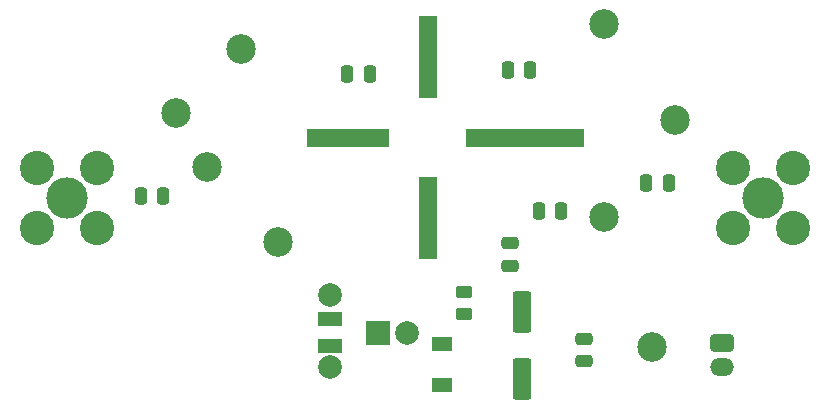
<source format=gts>
G04 #@! TF.GenerationSoftware,KiCad,Pcbnew,(6.0.4)*
G04 #@! TF.CreationDate,2022-04-05T14:23:40+02:00*
G04 #@! TF.ProjectId,Wzmacniacz antenowy FM,577a6d61-636e-4696-9163-7a20616e7465,rev?*
G04 #@! TF.SameCoordinates,Original*
G04 #@! TF.FileFunction,Soldermask,Top*
G04 #@! TF.FilePolarity,Negative*
%FSLAX46Y46*%
G04 Gerber Fmt 4.6, Leading zero omitted, Abs format (unit mm)*
G04 Created by KiCad (PCBNEW (6.0.4)) date 2022-04-05 14:23:40*
%MOMM*%
%LPD*%
G01*
G04 APERTURE LIST*
G04 Aperture macros list*
%AMRoundRect*
0 Rectangle with rounded corners*
0 $1 Rounding radius*
0 $2 $3 $4 $5 $6 $7 $8 $9 X,Y pos of 4 corners*
0 Add a 4 corners polygon primitive as box body*
4,1,4,$2,$3,$4,$5,$6,$7,$8,$9,$2,$3,0*
0 Add four circle primitives for the rounded corners*
1,1,$1+$1,$2,$3*
1,1,$1+$1,$4,$5*
1,1,$1+$1,$6,$7*
1,1,$1+$1,$8,$9*
0 Add four rect primitives between the rounded corners*
20,1,$1+$1,$2,$3,$4,$5,0*
20,1,$1+$1,$4,$5,$6,$7,0*
20,1,$1+$1,$6,$7,$8,$9,0*
20,1,$1+$1,$8,$9,$2,$3,0*%
G04 Aperture macros list end*
%ADD10C,2.000000*%
%ADD11C,3.500000*%
%ADD12C,2.900000*%
%ADD13RoundRect,0.250000X0.250000X0.475000X-0.250000X0.475000X-0.250000X-0.475000X0.250000X-0.475000X0*%
%ADD14RoundRect,0.250000X0.450000X-0.262500X0.450000X0.262500X-0.450000X0.262500X-0.450000X-0.262500X0*%
%ADD15C,2.500000*%
%ADD16R,10.000000X1.500000*%
%ADD17R,1.500000X7.000000*%
%ADD18R,7.000000X1.500000*%
%ADD19RoundRect,0.250000X-0.250000X-0.475000X0.250000X-0.475000X0.250000X0.475000X-0.250000X0.475000X0*%
%ADD20RoundRect,0.250000X-0.550000X1.500000X-0.550000X-1.500000X0.550000X-1.500000X0.550000X1.500000X0*%
%ADD21RoundRect,0.312500X-0.687500X0.437500X-0.687500X-0.437500X0.687500X-0.437500X0.687500X0.437500X0*%
%ADD22O,2.000000X1.500000*%
%ADD23RoundRect,0.250000X-0.475000X0.250000X-0.475000X-0.250000X0.475000X-0.250000X0.475000X0.250000X0*%
%ADD24RoundRect,0.250000X0.475000X-0.250000X0.475000X0.250000X-0.475000X0.250000X-0.475000X-0.250000X0*%
%ADD25R,1.700000X1.300000*%
%ADD26R,2.000000X1.300000*%
%ADD27R,2.000000X2.000000*%
G04 APERTURE END LIST*
D10*
G04 #@! TO.C,*
X143700000Y-102300000D03*
G04 #@! TD*
G04 #@! TO.C,*
X143700000Y-96200000D03*
G04 #@! TD*
G04 #@! TO.C,REF\u002A\u002A*
X150200000Y-99400000D03*
G04 #@! TD*
D11*
G04 #@! TO.C,J1*
X121400000Y-88000000D03*
D12*
X118860000Y-85460000D03*
X123940000Y-85460000D03*
X118860000Y-90540000D03*
X123940000Y-90540000D03*
G04 #@! TD*
D11*
G04 #@! TO.C,J3*
X180350000Y-88000000D03*
D12*
X177810000Y-90540000D03*
X177810000Y-85460000D03*
X182890000Y-85460000D03*
X182890000Y-90540000D03*
G04 #@! TD*
D13*
G04 #@! TO.C,C5*
X160650000Y-77200000D03*
X158750000Y-77200000D03*
G04 #@! TD*
D14*
G04 #@! TO.C,R1*
X155000000Y-97812500D03*
X155000000Y-95987500D03*
G04 #@! TD*
D15*
G04 #@! TO.C,L1*
X136150000Y-75400000D03*
X130650000Y-80800000D03*
G04 #@! TD*
D16*
G04 #@! TO.C,Q1*
X160160000Y-82900000D03*
D17*
X151960000Y-76100000D03*
D18*
X145160000Y-82900000D03*
D17*
X151960000Y-89700000D03*
G04 #@! TD*
D19*
G04 #@! TO.C,C8*
X170450000Y-86700000D03*
X172350000Y-86700000D03*
G04 #@! TD*
D20*
G04 #@! TO.C,C6*
X159900000Y-97700000D03*
X159900000Y-103300000D03*
G04 #@! TD*
D15*
G04 #@! TO.C,L2*
X133300000Y-85400000D03*
X139300000Y-91700000D03*
G04 #@! TD*
D21*
G04 #@! TO.C,J2*
X176900000Y-100300000D03*
D22*
X176900000Y-102300000D03*
G04 #@! TD*
D19*
G04 #@! TO.C,C2*
X145150000Y-77500000D03*
X147050000Y-77500000D03*
G04 #@! TD*
D23*
G04 #@! TO.C,C4*
X165200000Y-99950000D03*
X165200000Y-101850000D03*
G04 #@! TD*
D24*
G04 #@! TO.C,C3*
X158900000Y-93750000D03*
X158900000Y-91850000D03*
G04 #@! TD*
D15*
G04 #@! TO.C,L4*
X166900000Y-89600000D03*
X170900000Y-100600000D03*
G04 #@! TD*
D13*
G04 #@! TO.C,C7*
X163250000Y-89100000D03*
X161350000Y-89100000D03*
G04 #@! TD*
D25*
G04 #@! TO.C,D1*
X153200000Y-100350000D03*
X153200000Y-103850000D03*
G04 #@! TD*
D19*
G04 #@! TO.C,C1*
X127650000Y-87800000D03*
X129550000Y-87800000D03*
G04 #@! TD*
D26*
G04 #@! TO.C,RV1*
X143700000Y-98250000D03*
D27*
X147700000Y-99400000D03*
D26*
X143700000Y-100550000D03*
G04 #@! TD*
D15*
G04 #@! TO.C,L3*
X166900000Y-73300000D03*
X172900000Y-81400000D03*
G04 #@! TD*
M02*

</source>
